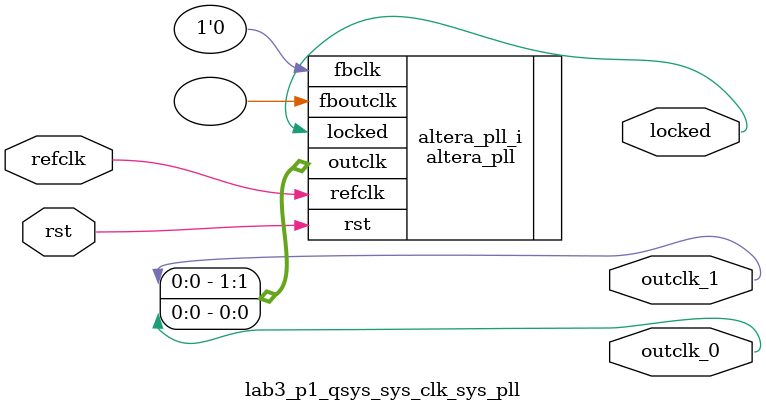
<source format=v>
`timescale 1ns/10ps
module  lab3_p1_qsys_sys_clk_sys_pll(

	// interface 'refclk'
	input wire refclk,

	// interface 'reset'
	input wire rst,

	// interface 'outclk0'
	output wire outclk_0,

	// interface 'outclk1'
	output wire outclk_1,

	// interface 'locked'
	output wire locked
);

	altera_pll #(
		.fractional_vco_multiplier("false"),
		.reference_clock_frequency("50.0 MHz"),
		.operation_mode("direct"),
		.number_of_clocks(2),
		.output_clock_frequency0("50.000000 MHz"),
		.phase_shift0("0 ps"),
		.duty_cycle0(50),
		.output_clock_frequency1("50.000000 MHz"),
		.phase_shift1("-3000 ps"),
		.duty_cycle1(50),
		.output_clock_frequency2("0 MHz"),
		.phase_shift2("0 ps"),
		.duty_cycle2(50),
		.output_clock_frequency3("0 MHz"),
		.phase_shift3("0 ps"),
		.duty_cycle3(50),
		.output_clock_frequency4("0 MHz"),
		.phase_shift4("0 ps"),
		.duty_cycle4(50),
		.output_clock_frequency5("0 MHz"),
		.phase_shift5("0 ps"),
		.duty_cycle5(50),
		.output_clock_frequency6("0 MHz"),
		.phase_shift6("0 ps"),
		.duty_cycle6(50),
		.output_clock_frequency7("0 MHz"),
		.phase_shift7("0 ps"),
		.duty_cycle7(50),
		.output_clock_frequency8("0 MHz"),
		.phase_shift8("0 ps"),
		.duty_cycle8(50),
		.output_clock_frequency9("0 MHz"),
		.phase_shift9("0 ps"),
		.duty_cycle9(50),
		.output_clock_frequency10("0 MHz"),
		.phase_shift10("0 ps"),
		.duty_cycle10(50),
		.output_clock_frequency11("0 MHz"),
		.phase_shift11("0 ps"),
		.duty_cycle11(50),
		.output_clock_frequency12("0 MHz"),
		.phase_shift12("0 ps"),
		.duty_cycle12(50),
		.output_clock_frequency13("0 MHz"),
		.phase_shift13("0 ps"),
		.duty_cycle13(50),
		.output_clock_frequency14("0 MHz"),
		.phase_shift14("0 ps"),
		.duty_cycle14(50),
		.output_clock_frequency15("0 MHz"),
		.phase_shift15("0 ps"),
		.duty_cycle15(50),
		.output_clock_frequency16("0 MHz"),
		.phase_shift16("0 ps"),
		.duty_cycle16(50),
		.output_clock_frequency17("0 MHz"),
		.phase_shift17("0 ps"),
		.duty_cycle17(50),
		.pll_type("General"),
		.pll_subtype("General")
	) altera_pll_i (
		.rst	(rst),
		.outclk	({outclk_1, outclk_0}),
		.locked	(locked),
		.fboutclk	( ),
		.fbclk	(1'b0),
		.refclk	(refclk)
	);
endmodule


</source>
